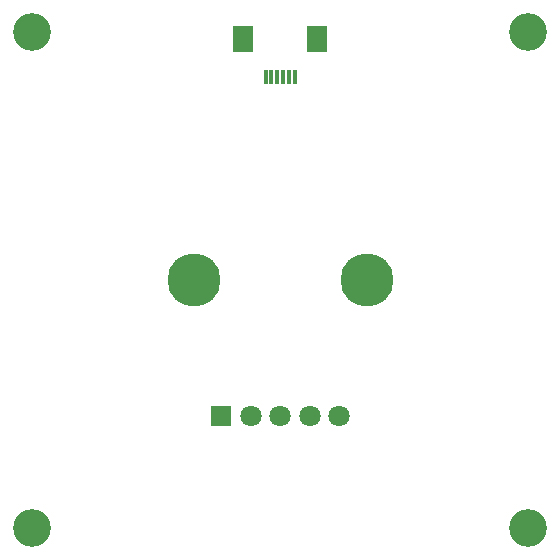
<source format=gbr>
%TF.GenerationSoftware,KiCad,Pcbnew,7.0.7*%
%TF.CreationDate,2024-01-26T16:40:15-05:00*%
%TF.ProjectId,midi-controller_encoder,6d696469-2d63-46f6-9e74-726f6c6c6572,rev?*%
%TF.SameCoordinates,Original*%
%TF.FileFunction,Soldermask,Bot*%
%TF.FilePolarity,Negative*%
%FSLAX46Y46*%
G04 Gerber Fmt 4.6, Leading zero omitted, Abs format (unit mm)*
G04 Created by KiCad (PCBNEW 7.0.7) date 2024-01-26 16:40:15*
%MOMM*%
%LPD*%
G01*
G04 APERTURE LIST*
%ADD10C,3.200000*%
%ADD11R,1.800000X1.800000*%
%ADD12C,1.800000*%
%ADD13C,4.500000*%
%ADD14R,0.300000X1.300000*%
%ADD15R,1.800000X2.200000*%
G04 APERTURE END LIST*
D10*
%TO.C,H4*%
X162000000Y-114100000D03*
%TD*%
D11*
%TO.C,SW1*%
X136000000Y-104600000D03*
D12*
X138500000Y-104600000D03*
X141000000Y-104600000D03*
X143500000Y-104600000D03*
X146000000Y-104600000D03*
D13*
X133700000Y-93100000D03*
X148300000Y-93100000D03*
%TD*%
D10*
%TO.C,H2*%
X162000000Y-72100000D03*
%TD*%
%TO.C,H3*%
X120000000Y-114100000D03*
%TD*%
%TO.C,H1*%
X120000000Y-72100000D03*
%TD*%
D14*
%TO.C,J1*%
X139750000Y-75950000D03*
X140250000Y-75950000D03*
X140750000Y-75950000D03*
X141250000Y-75950000D03*
X141750000Y-75950000D03*
X142250000Y-75950000D03*
D15*
X137850000Y-72700000D03*
X144150000Y-72700000D03*
%TD*%
M02*

</source>
